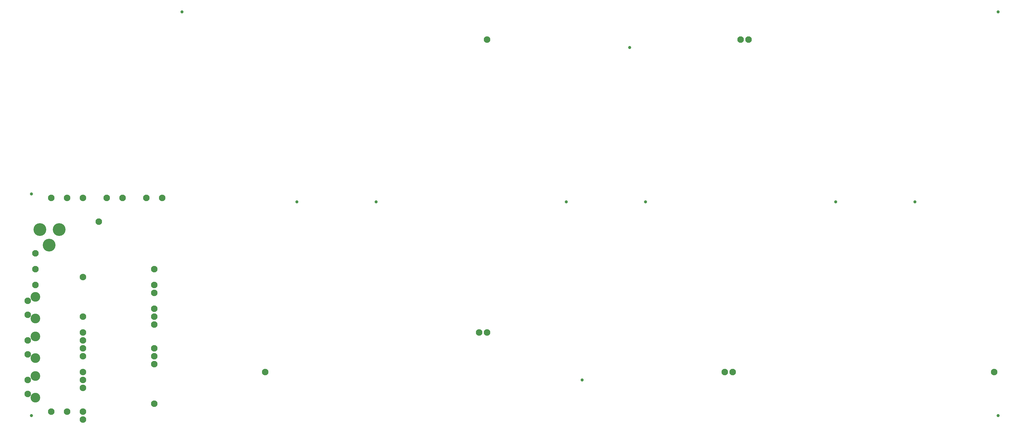
<source format=gts>
G04 #@! TF.GenerationSoftware,KiCad,Pcbnew,8.0.7*
G04 #@! TF.CreationDate,2025-01-27T21:14:37+01:00*
G04 #@! TF.ProjectId,Main,4d61696e-2e6b-4696-9361-645f70636258,rev?*
G04 #@! TF.SameCoordinates,Original*
G04 #@! TF.FileFunction,Soldermask,Top*
G04 #@! TF.FilePolarity,Negative*
%FSLAX46Y46*%
G04 Gerber Fmt 4.6, Leading zero omitted, Abs format (unit mm)*
G04 Created by KiCad (PCBNEW 8.0.7) date 2025-01-27 21:14:37*
%MOMM*%
%LPD*%
G01*
G04 APERTURE LIST*
%ADD10C,2.100000*%
%ADD11C,1.000000*%
%ADD12C,3.100000*%
%ADD13C,4.100000*%
G04 APERTURE END LIST*
D10*
X93980000Y-129540000D03*
X55880000Y-129540000D03*
X71120000Y-157480000D03*
X71120000Y-149860000D03*
X93980000Y-142240000D03*
X55880000Y-124460000D03*
X55880000Y-134620000D03*
X71120000Y-167640000D03*
X60960000Y-106680000D03*
X71120000Y-144780000D03*
D11*
X312420000Y-107950000D03*
D12*
X55880000Y-138450000D03*
X55880000Y-145450000D03*
D10*
X53380000Y-139700000D03*
X53380000Y-144200000D03*
X279400000Y-162560000D03*
X363220000Y-162560000D03*
X83820000Y-106680000D03*
X129540000Y-162560000D03*
D12*
X55880000Y-151150000D03*
X55880000Y-158150000D03*
D10*
X53380000Y-152400000D03*
X53380000Y-156900000D03*
X96520000Y-106680000D03*
X93980000Y-154940000D03*
X71120000Y-162560000D03*
X276860000Y-162560000D03*
D11*
X364490000Y-46990000D03*
X139700000Y-107950000D03*
D10*
X71120000Y-177800000D03*
D12*
X55880000Y-163850000D03*
X55880000Y-170850000D03*
D10*
X53380000Y-165100000D03*
X53380000Y-169600000D03*
D11*
X231140000Y-165100000D03*
D10*
X281940000Y-55880000D03*
X60960000Y-175260000D03*
X71120000Y-152400000D03*
X200660000Y-149860000D03*
X93980000Y-137160000D03*
D11*
X251460000Y-107950000D03*
D10*
X66040000Y-175260000D03*
D11*
X165100000Y-107950000D03*
D10*
X284480000Y-55880000D03*
X93980000Y-172720000D03*
D11*
X226060000Y-107950000D03*
D10*
X76200000Y-114300000D03*
D13*
X63500000Y-116840000D03*
X60300000Y-121840000D03*
X57300000Y-116840000D03*
D10*
X200660000Y-55880000D03*
X71120000Y-154940000D03*
X71120000Y-165100000D03*
D11*
X246380000Y-58420000D03*
D10*
X66040000Y-106680000D03*
D11*
X364490000Y-176530000D03*
X54610000Y-176530000D03*
D10*
X93980000Y-157480000D03*
D11*
X102870000Y-46990000D03*
D10*
X198120000Y-149860000D03*
X71120000Y-106680000D03*
X93980000Y-144780000D03*
X93980000Y-160020000D03*
X93980000Y-134620000D03*
X71120000Y-132080000D03*
X93980000Y-147320000D03*
X71120000Y-175260000D03*
D11*
X54610000Y-105410000D03*
D10*
X91440000Y-106680000D03*
D11*
X337820000Y-107950000D03*
D10*
X78740000Y-106680000D03*
M02*

</source>
